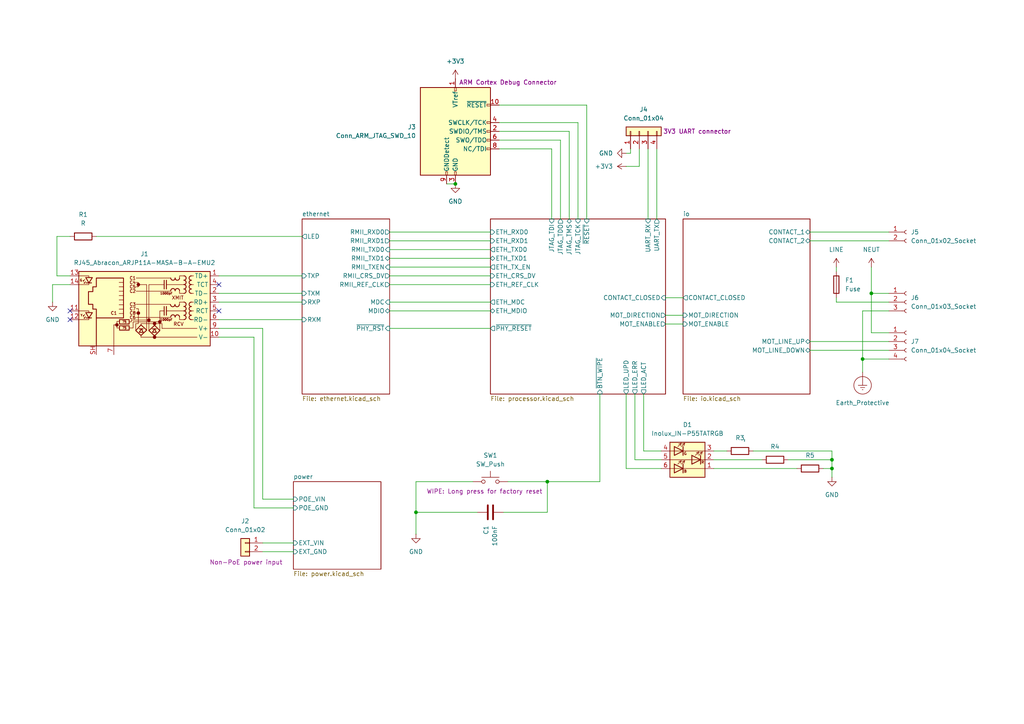
<source format=kicad_sch>
(kicad_sch (version 20250114) (generator "eeschema") (generator_version "9.0")
  (paper "A4")
  (title_block (title "iot-contact"))
  (lib_symbols
    (symbol "Connector:Conn_01x02_Socket" (pin_names (offset 1.016) (hide yes))
      (property "Reference" "J" (at 0 2.54 0))
      (property "Value" "Conn_01x02_Socket" (at 0 -5.08 0))
      (symbol "Conn_01x02_Socket_1_1"
        (polyline (pts (xy -1.27 0) (xy -0.508 0)) (stroke (width 0.1524)))
        (polyline (pts (xy -1.27 -2.54) (xy -0.508 -2.54)) (stroke (width 0.1524)))
        (arc (start 0 -0.508) (mid -0.5058 0) (end 0 0.508) (stroke (width 0.1524)))
        (arc (start 0 -3.048) (mid -0.5058 -2.54) (end 0 -2.032) (stroke (width 0.1524)))
        (pin passive line (at -5.08 0 0) (length 3.81) (name "Pin_1") (number "1"))
        (pin passive line (at -5.08 -2.54 0) (length 3.81) (name "Pin_2") (number "2"))
      )
    )
    (symbol "Connector:Conn_01x03_Socket" (pin_names (offset 1.016) (hide yes))
      (property "Reference" "J" (at 0 5.08 0))
      (property "Value" "Conn_01x03_Socket" (at 0 -5.08 0))
      (symbol "Conn_01x03_Socket_1_1"
        (polyline (pts (xy -1.27 2.54) (xy -0.508 2.54)) (stroke (width 0.1524)))
        (polyline (pts (xy -1.27 0) (xy -0.508 0)) (stroke (width 0.1524)))
        (polyline (pts (xy -1.27 -2.54) (xy -0.508 -2.54)) (stroke (width 0.1524)))
        (arc (start 0 2.032) (mid -0.5058 2.54) (end 0 3.048) (stroke (width 0.1524)))
        (arc (start 0 -0.508) (mid -0.5058 0) (end 0 0.508) (stroke (width 0.1524)))
        (arc (start 0 -3.048) (mid -0.5058 -2.54) (end 0 -2.032) (stroke (width 0.1524)))
        (pin passive line (at -5.08 2.54 0) (length 3.81) (name "Pin_1") (number "1"))
        (pin passive line (at -5.08 0 0) (length 3.81) (name "Pin_2") (number "2"))
        (pin passive line (at -5.08 -2.54 0) (length 3.81) (name "Pin_3") (number "3"))
      )
    )
    (symbol "Connector:Conn_01x04_Socket" (pin_names (offset 1.016) (hide yes))
      (property "Reference" "J" (at 0 5.08 0))
      (property "Value" "Conn_01x04_Socket" (at 0 -7.62 0))
      (symbol "Conn_01x04_Socket_1_1"
        (polyline (pts (xy -1.27 2.54) (xy -0.508 2.54)) (stroke (width 0.1524)))
        (polyline (pts (xy -1.27 0) (xy -0.508 0)) (stroke (width 0.1524)))
        (polyline (pts (xy -1.27 -2.54) (xy -0.508 -2.54)) (stroke (width 0.1524)))
        (polyline (pts (xy -1.27 -5.08) (xy -0.508 -5.08)) (stroke (width 0.1524)))
        (arc (start 0 2.032) (mid -0.5058 2.54) (end 0 3.048) (stroke (width 0.1524)))
        (arc (start 0 -0.508) (mid -0.5058 0) (end 0 0.508) (stroke (width 0.1524)))
        (arc (start 0 -3.048) (mid -0.5058 -2.54) (end 0 -2.032) (stroke (width 0.1524)))
        (arc (start 0 -5.588) (mid -0.5058 -5.08) (end 0 -4.572) (stroke (width 0.1524)))
        (pin passive line (at -5.08 2.54 0) (length 3.81) (name "Pin_1") (number "1"))
        (pin passive line (at -5.08 0 0) (length 3.81) (name "Pin_2") (number "2"))
        (pin passive line (at -5.08 -2.54 0) (length 3.81) (name "Pin_3") (number "3"))
        (pin passive line (at -5.08 -5.08 0) (length 3.81) (name "Pin_4") (number "4"))
      )
    )
    (symbol "Connector:Conn_ARM_JTAG_SWD_10" (pin_names (offset 1.016))
      (property "Reference" "J" (at -2.54 16.51 0))
      (property "Value" "Conn_ARM_JTAG_SWD_10" (at -2.54 13.97 0))
      (symbol "Conn_ARM_JTAG_SWD_10_0_1"
        (rectangle (start -10.16 12.7) (end 10.16 -12.7) (stroke (width 0.254)) (fill (type background)))
        (rectangle (start -2.794 -12.7) (end -2.286 -11.684))
        (rectangle (start -0.254 12.7) (end 0.254 11.684))
        (rectangle (start -0.254 -12.7) (end 0.254 -11.684))
        (rectangle (start 9.144 2.286) (end 10.16 2.794))
        (rectangle (start 10.16 7.874) (end 9.144 7.366))
        (rectangle (start 10.16 -0.254) (end 9.144 0.254))
        (rectangle (start 10.16 -2.794) (end 9.144 -2.286))
      )
      (symbol "Conn_ARM_JTAG_SWD_10_1_1"
        (rectangle (start 9.144 -5.334) (end 10.16 -4.826))
        (pin no_connect line (at -10.16 0 0) (length 2.54) (hide yes) (name "KEY") (number "7"))
        (pin passive line (at -2.54 -15.24 90) (length 2.54) (name "GNDDetect") (number "9"))
        (pin power_in line (at 0 15.24 270) (length 2.54) (name "VTref") (number "1"))
        (pin power_in line (at 0 -15.24 90) (length 2.54) (name "GND") (number "3"))
        (pin passive line (at 0 -15.24 90) (length 2.54) (hide yes) (name "GND") (number "5"))
        (pin open_collector line (at 12.7 7.62 180) (length 2.54) (name "~{RESET}") (number "10"))
        (pin output line (at 12.7 2.54 180) (length 2.54) (name "SWCLK/TCK") (number "4"))
        (pin bidirectional line (at 12.7 0 180) (length 2.54) (name "SWDIO/TMS") (number "2"))
        (pin input line (at 12.7 -2.54 180) (length 2.54) (name "SWO/TDO") (number "6"))
        (pin output line (at 12.7 -5.08 180) (length 2.54) (name "NC/TDI") (number "8"))
      )
    )
    (symbol "Connector:RJ45_Abracon_ARJP11A-MASA-B-A-EMU2"
      (property "Reference" "J" (at 18.415 12.7 0))
      (property "Value" "RJ45_Abracon_ARJP11A-MASA-B-A-EMU2" (at -4.445 12.7 0))
      (symbol "RJ45_Abracon_ARJP11A-MASA-B-A-EMU2_0_0"
        (polyline (pts (xy -5.08 8.89) (xy -5.08 6.35)) (stroke (width 0.254)))
        (polyline (pts (xy -5.08 1.27) (xy -5.08 -1.27)) (stroke (width 0.254)))
        (polyline (pts (xy -4.445 8.89) (xy -4.445 6.35)) (stroke (width 0.254)))
        (polyline (pts (xy -4.445 1.27) (xy -4.445 -1.27)) (stroke (width 0.254)))
        (circle (center -3.175 -3.175) (radius 0.0001) (stroke (width 0.508)))
        (circle (center -1.651 -3.683) (radius 0.0001) (stroke (width 0.508)))
        (circle (center -1.651 -7.62) (radius 0.0001) (stroke (width 0.508)))
        (circle (center 0 -2.667) (radius 0.0001) (stroke (width 0.508)))
        (circle (center 3.048 7.62) (radius 0.0001) (stroke (width 0.508)))
        (circle (center 3.048 -0.635) (radius 0.0001) (stroke (width 0.508)))
        (polyline (pts (xy 3.683 8.255) (xy 3.048 8.255) (xy 3.048 6.985) (xy 3.683 6.985)))
        (polyline (pts (xy 3.683 0.635) (xy 3.048 0.635) (xy 3.048 -0.635) (xy 3.683 -0.635)))
        (polyline (pts (xy 8.636 -4.953) (xy 9.271 -4.953) (xy 9.271 -3.048) (xy 8.636 -3.048)))
        (polyline (pts (xy 9.271 -4.064) (xy 10.16 -4.064)))
        (circle (center 9.271 -4.064) (radius 0.0001) (stroke (width 0.508)))
        (polyline (pts (xy 17.399 9.652) (xy 17.399 10.16) (xy 20.32 10.16)))
        (polyline (pts (xy 17.399 -0.508) (xy 17.399 0) (xy 20.32 0)))
        (polyline (pts (xy 20.32 7.62) (xy 17.399 7.62) (xy 17.399 8.128)))
        (polyline (pts (xy 20.32 -2.54) (xy 17.399 -2.54) (xy 17.399 -2.032)))
        (text "XMIT" (at -10.16 3.81 0) (effects (font (size 1.016 1.016)) (justify left)))
        (text "RCV" (at -10.16 -3.81 0) (effects (font (size 1.016 1.016)) (justify left)))
        (text "C1" (at 4.699 9.525 0) (effects (font (size 0.889 0.889))))
        (text "C4" (at 4.699 8.255 0) (effects (font (size 0.889 0.889))))
        (text "C5" (at 4.699 6.985 0) (effects (font (size 0.889 0.889))))
        (text "C2" (at 4.699 5.715 0) (effects (font (size 0.889 0.889))))
        (text "C3" (at 4.699 1.905 0) (effects (font (size 0.889 0.889))))
        (text "C7" (at 4.699 0.635 0) (effects (font (size 0.889 0.889))))
        (text "C8" (at 4.699 -0.635 0) (effects (font (size 0.889 0.889))))
        (text "C6" (at 4.699 -1.905 0) (effects (font (size 0.889 0.889))))
        (text "C1" (at 10.16 -0.635 0) (effects (font (size 0.889 0.889))))
      )
      (symbol "RJ45_Abracon_ARJP11A-MASA-B-A-EMU2_0_1"
        (rectangle (start -17.78 11.43) (end 20.32 -10.16) (stroke (width 0.254)) (fill (type background)))
        (polyline (pts (xy -12.3163 10.16) (xy -12.9513 10.16)))
        (polyline (pts (xy -12.3163 7.62) (xy -12.9513 7.62)))
        (polyline (pts (xy -12.3163 5.08) (xy -12.9513 5.08)))
        (polyline (pts (xy -12.3163 2.54) (xy -12.9513 2.54)))
        (polyline (pts (xy -12.3163 0) (xy -12.9513 0)))
        (polyline (pts (xy -12.3163 -2.54) (xy -12.9513 -2.54)))
        (polyline (pts (xy -10.16 10.16) (xy -8.89 10.16) (xy -8.89 9.525)))
        (polyline (pts (xy -10.16 2.54) (xy -8.89 2.54) (xy -8.89 1.905)))
        (polyline (pts (xy -8.89 5.715) (xy -8.89 5.08) (xy -10.16 5.08)))
        (polyline (pts (xy -8.89 -1.905) (xy -8.89 -2.54) (xy -10.16 -2.54)))
        (polyline (pts (xy -6.35 9.525) (xy 3.683 9.525)))
        (polyline (pts (xy -6.35 5.715) (xy 3.683 5.715)))
        (polyline (pts (xy -6.35 -1.905) (xy 3.683 -1.905)))
        (polyline (pts (xy -6.223 1.905) (xy 3.683 1.905)))
        (polyline (pts (xy -5.08 7.62) (xy -10.16 7.62)))
        (polyline (pts (xy -5.08 0) (xy -10.16 0)))
        (polyline (pts (xy -4.445 7.62) (xy 0 7.62) (xy 0 -5.715)))
        (polyline (pts (xy -4.445 0) (xy -3.175 0) (xy -3.175 -5.715)))
        (polyline (pts (xy 7.366 5.715) (xy 8.636 5.715)))
        (polyline (pts (xy 7.366 4.445) (xy 8.636 4.445)))
        (polyline (pts (xy 7.366 3.175) (xy 8.636 3.175)))
        (polyline (pts (xy 7.366 1.778) (xy 8.636 1.778)))
        (polyline (pts (xy 7.366 0.508) (xy 8.636 0.508)))
        (polyline (pts (xy 8.636 8.255) (xy 7.366 8.255)))
        (polyline (pts (xy 8.636 6.985) (xy 7.366 6.985)))
        (polyline (pts (xy 8.636 -0.762) (xy 7.366 -0.762)))
      )
      (symbol "RJ45_Abracon_ARJP11A-MASA-B-A-EMU2_1_0"
        (text "1000pF" (at -5.08 5.08 0) (effects (font (size 0.635 0.635))))
        (text "1000pF" (at -5.08 -2.54 0) (effects (font (size 0.635 0.635))))
      )
      (symbol "RJ45_Abracon_ARJP11A-MASA-B-A-EMU2_1_1"
        (polyline (pts (xy -13.97 -5.08) (xy -3.81 -5.08)))
        (polyline (pts (xy -13.97 -7.62) (xy 2.286 -7.62)))
        (arc (start -12.3163 2.54) (mid -11.684 1.905) (end -12.3163 1.27) (stroke (width 0.254)))
        (arc (start -12.3136 10.16) (mid -11.6813 9.525) (end -12.3136 8.89) (stroke (width 0.254)))
        (arc (start -12.3136 1.27) (mid -11.6813 0.635) (end -12.3136 0) (stroke (width 0.254)))
        (arc (start -12.3136 0) (mid -11.6813 -0.635) (end -12.3136 -1.27) (stroke (width 0.254)))
        (arc (start -12.3136 -1.27) (mid -11.6813 -1.905) (end -12.3136 -2.54) (stroke (width 0.254)))
        (arc (start -12.3109 8.89) (mid -11.6786 8.255) (end -12.3109 7.62) (stroke (width 0.254)))
        (arc (start -12.3109 7.62) (mid -11.6786 6.985) (end -12.3109 6.35) (stroke (width 0.254)))
        (arc (start -12.3109 6.35) (mid -11.6786 5.715) (end -12.3109 5.08) (stroke (width 0.254)))
        (arc (start -10.1654 8.89) (mid -10.7977 9.525) (end -10.1654 10.16) (stroke (width 0.254)))
        (arc (start -10.1654 7.62) (mid -10.7977 8.255) (end -10.1654 8.89) (stroke (width 0.254)))
        (arc (start -10.1654 6.35) (mid -10.7977 6.985) (end -10.1654 7.62) (stroke (width 0.254)))
        (arc (start -10.1654 1.27) (mid -10.7977 1.905) (end -10.1654 2.54) (stroke (width 0.254)))
        (arc (start -10.1654 0) (mid -10.7977 0.635) (end -10.1654 1.27) (stroke (width 0.254)))
        (arc (start -10.1654 -1.27) (mid -10.7977 -0.635) (end -10.1654 0) (stroke (width 0.254)))
        (arc (start -10.1627 5.08) (mid -10.795 5.715) (end -10.1627 6.35) (stroke (width 0.254)))
        (arc (start -10.1627 -2.54) (mid -10.795 -1.905) (end -10.1627 -1.27) (stroke (width 0.254)))
        (arc (start -7.62 9.5223) (mid -8.255 8.89) (end -8.89 9.5223) (stroke (width 0.254)))
        (arc (start -8.89 5.8447) (mid -8.255 6.477) (end -7.62 5.8447) (stroke (width 0.254)))
        (arc (start -8.89 -1.7753) (mid -8.255 -1.143) (end -7.62 -1.7753) (stroke (width 0.254)))
        (arc (start -7.5565 1.8388) (mid -8.1915 1.2065) (end -8.8265 1.8388) (stroke (width 0.254)))
        (arc (start -6.35 9.525) (mid -6.985 8.8927) (end -7.62 9.525) (stroke (width 0.254)))
        (arc (start -7.62 5.8474) (mid -6.985 6.4797) (end -6.35 5.8474) (stroke (width 0.254)))
        (arc (start -7.62 -1.7726) (mid -6.985 -1.1403) (end -6.35 -1.7726) (stroke (width 0.254)))
        (arc (start -6.2865 1.8415) (mid -6.9215 1.2092) (end -7.5565 1.8415) (stroke (width 0.254)))
        (polyline (pts (xy -3.81 -5.08) (xy -3.81 -3.683) (xy -1.651 -3.683)))
        (polyline (pts (xy -2.159 -5.207) (xy -1.016 -5.207)) (stroke (width 0.254)))
        (polyline (pts (xy -2.159 -6.223) (xy -1.016 -6.223) (xy -1.651 -5.207) (xy -2.159 -6.223)) (stroke (width 0.254)))
        (polyline (pts (xy -1.905 -3.683) (xy -1.651 -3.683) (xy -1.651 -4.191)))
        (polyline (pts (xy -1.651 -3.683) (xy 2.286 -3.683) (xy 2.286 -4.064)))
        (polyline (pts (xy -1.651 -4.191) (xy -3.175 -5.715) (xy -1.651 -7.239) (xy 0 -5.715) (xy -1.651 -4.191)) (stroke (width 0.254)))
        (polyline (pts (xy -1.651 -7.239) (xy -1.651 -7.493)))
        (polyline (pts (xy 1.651 -5.207) (xy 2.794 -5.207)) (stroke (width 0.254)))
        (polyline (pts (xy 1.651 -6.223) (xy 2.794 -6.223) (xy 2.159 -5.207) (xy 1.651 -6.223)) (stroke (width 0.254)))
        (polyline (pts (xy 2.286 -4.064) (xy 0.635 -5.588) (xy 2.286 -7.112) (xy 3.81 -5.715) (xy 2.286 -4.064)) (stroke (width 0.254)))
        (polyline (pts (xy 2.286 -7.112) (xy 2.286 -7.62)))
        (polyline (pts (xy 3.048 7.62) (xy 0.635 7.62) (xy 0.635 -5.588)))
        (polyline (pts (xy 3.048 -0.508) (xy 3.048 -3.683) (xy 3.81 -3.683) (xy 3.81 -5.715)))
        (polyline (pts (xy 5.715 -3.175) (xy 5.08 -3.175) (xy 5.08 -2.667) (xy 0 -2.667)))
        (polyline (pts (xy 5.715 -4.953) (xy 4.572 -4.953) (xy 4.572 -3.175) (xy -3.175 -3.175)))
        (polyline (pts (xy 7.366 -2.032) (xy 7.366 9.525) (xy 15.24 9.525) (xy 15.24 6.985) (xy 16.256 6.985) (xy 16.256 5.588) (xy 17.526 5.588) (xy 17.526 1.905) (xy 16.256 1.905) (xy 16.256 0.508) (xy 15.24 0.508) (xy 15.24 -2.032) (xy 7.366 -2.032)) (stroke (width 0.254)))
        (rectangle (start 8.509 -3.81) (end 5.715 -2.54) (stroke (width 0.254)))
        (rectangle (start 8.509 -5.588) (end 5.715 -4.318) (stroke (width 0.254)))
        (polyline (pts (xy 10.16 -4.064) (xy 10.16 -10.16)))
        (polyline (pts (xy 15.24 -10.16) (xy 15.24 -2.032)) (stroke (width 0.254)))
        (polyline (pts (xy 18.161 8.128) (xy 16.637 8.128)) (stroke (width 0.254)))
        (polyline (pts (xy 18.161 -2.032) (xy 16.637 -2.032)) (stroke (width 0.254)))
        (polyline (pts (xy 18.288 9.652) (xy 16.383 9.652) (xy 17.399 8.128) (xy 18.288 9.652)) (stroke (width 0.254)))
        (polyline (pts (xy 18.288 8.509) (xy 18.796 8.001) (xy 18.542 8.001)))
        (polyline (pts (xy 18.288 -0.508) (xy 16.383 -0.508) (xy 17.399 -2.032) (xy 18.288 -0.508)) (stroke (width 0.254)))
        (polyline (pts (xy 18.288 -1.651) (xy 18.796 -2.159) (xy 18.542 -2.159)))
        (polyline (pts (xy 18.542 9.144) (xy 19.05 8.636) (xy 18.796 8.636)))
        (polyline (pts (xy 18.542 -1.016) (xy 19.05 -1.524) (xy 18.796 -1.524)))
        (polyline (pts (xy 18.796 8.001) (xy 18.796 8.255)))
        (polyline (pts (xy 18.796 -2.159) (xy 18.796 -1.905)))
        (polyline (pts (xy 19.05 8.636) (xy 19.05 8.89)))
        (polyline (pts (xy 19.05 -1.524) (xy 19.05 -1.27)))
        (text "75" (at 7.112 -3.175 0) (effects (font (size 0.635 0.635))))
        (text "75" (at 7.112 -4.953 0) (effects (font (size 0.635 0.635))))
        (text "Y" (at 19.558 -1.27 0) (effects (font (size 0.635 0.635))))
        (text "G" (at 19.685 8.89 0) (effects (font (size 0.635 0.635))))
        (pin passive line (at -20.32 10.16 0) (length 2.54) (name "TD+") (number "1"))
        (pin passive line (at -20.32 7.62 0) (length 2.54) (name "TCT") (number "4"))
        (pin passive line (at -20.32 5.08 0) (length 2.54) (name "TD-") (number "2"))
        (pin passive line (at -20.32 2.54 0) (length 2.54) (name "RD+") (number "3"))
        (pin passive line (at -20.32 0 0) (length 2.54) (name "RCT") (number "5"))
        (pin passive line (at -20.32 -2.54 0) (length 2.54) (name "RD-") (number "6"))
        (pin power_out line (at -20.32 -5.08 0) (length 2.54) (name "V+") (number "9"))
        (pin power_out line (at -20.32 -7.62 0) (length 2.54) (name "V-") (number "10"))
        (pin power_in line (at 10.16 -12.7 90) (length 2.54) (name "") (number "7"))
        (pin passive line (at 15.24 -12.7 90) (length 2.54) (name "") (number "SH"))
        (pin no_connect line (at 20.32 5.08 0) (length 0) (hide yes) (name "NC") (number "8"))
        (pin passive line (at 22.86 10.16 180) (length 2.54) (name "") (number "13"))
        (pin passive line (at 22.86 7.62 180) (length 2.54) (name "") (number "14"))
        (pin passive line (at 22.86 0 180) (length 2.54) (name "") (number "11"))
        (pin passive line (at 22.86 -2.54 180) (length 2.54) (name "") (number "12"))
      )
    )
    (symbol "Connector_Generic:Conn_01x02" (pin_names (offset 1.016) (hide yes))
      (property "Reference" "J" (at 0 2.54 0))
      (property "Value" "Conn_01x02" (at 0 -5.08 0))
      (symbol "Conn_01x02_1_1"
        (rectangle (start -1.27 1.27) (end 1.27 -3.81) (stroke (width 0.254)) (fill (type background)))
        (rectangle (start -1.27 0.127) (end 0 -0.127) (stroke (width 0.1524)))
        (rectangle (start -1.27 -2.413) (end 0 -2.667) (stroke (width 0.1524)))
        (pin passive line (at -5.08 0 0) (length 3.81) (name "Pin_1") (number "1"))
        (pin passive line (at -5.08 -2.54 0) (length 3.81) (name "Pin_2") (number "2"))
      )
    )
    (symbol "Connector_Generic:Conn_01x04" (pin_names (offset 1.016) (hide yes))
      (property "Reference" "J" (at 0 5.08 0))
      (property "Value" "Conn_01x04" (at 0 -7.62 0))
      (symbol "Conn_01x04_1_1"
        (rectangle (start -1.27 3.81) (end 1.27 -6.35) (stroke (width 0.254)) (fill (type background)))
        (rectangle (start -1.27 2.667) (end 0 2.413) (stroke (width 0.1524)))
        (rectangle (start -1.27 0.127) (end 0 -0.127) (stroke (width 0.1524)))
        (rectangle (start -1.27 -2.413) (end 0 -2.667) (stroke (width 0.1524)))
        (rectangle (start -1.27 -4.953) (end 0 -5.207) (stroke (width 0.1524)))
        (pin passive line (at -5.08 2.54 0) (length 3.81) (name "Pin_1") (number "1"))
        (pin passive line (at -5.08 0 0) (length 3.81) (name "Pin_2") (number "2"))
        (pin passive line (at -5.08 -2.54 0) (length 3.81) (name "Pin_3") (number "3"))
        (pin passive line (at -5.08 -5.08 0) (length 3.81) (name "Pin_4") (number "4"))
      )
    )
    (symbol "Device:C" (pin_numbers (hide yes)) (pin_names (offset 0.254))
      (property "Reference" "C" (at 0.635 2.54 0))
      (property "Value" "C" (at 0.635 -2.54 0))
      (symbol "C_0_1"
        (polyline (pts (xy -2.032 0.762) (xy 2.032 0.762)) (stroke (width 0.508)))
        (polyline (pts (xy -2.032 -0.762) (xy 2.032 -0.762)) (stroke (width 0.508)))
      )
      (symbol "C_1_1"
        (pin passive line (at 0 3.81 270) (length 2.794) (name "~") (number "1"))
        (pin passive line (at 0 -3.81 90) (length 2.794) (name "~") (number "2"))
      )
    )
    (symbol "Device:Fuse" (pin_numbers (hide yes)) (pin_names (offset 0))
      (property "Reference" "F" (at 2.032 0 90))
      (property "Value" "Fuse" (at -1.905 0 90))
      (symbol "Fuse_0_1"
        (rectangle (start -0.762 -2.54) (end 0.762 2.54) (stroke (width 0.254)))
        (polyline (pts (xy 0 2.54) (xy 0 -2.54)))
      )
      (symbol "Fuse_1_1"
        (pin passive line (at 0 3.81 270) (length 1.27) (name "~") (number "1"))
        (pin passive line (at 0 -3.81 90) (length 1.27) (name "~") (number "2"))
      )
    )
    (symbol "Device:R" (pin_numbers (hide yes)) (pin_names (offset 0))
      (property "Reference" "R" (at 2.032 0 90))
      (property "Value" "R" (at 0 0 90))
      (symbol "R_0_1"
        (rectangle (start -1.016 -2.54) (end 1.016 2.54) (stroke (width 0.254)))
      )
      (symbol "R_1_1"
        (pin passive line (at 0 3.81 270) (length 1.27) (name "~") (number "1"))
        (pin passive line (at 0 -3.81 90) (length 1.27) (name "~") (number "2"))
      )
    )
    (symbol "LED:Inolux_IN-P55TATRGB" (pin_names (hide yes))
      (property "Reference" "D" (at -5.08 6.35 0))
      (property "Value" "Inolux_IN-P55TATRGB" (at -5.08 -6.35 0))
      (symbol "Inolux_IN-P55TATRGB_0_0"
        (text "B" (at -0.635 -3.3274 0) (effects (font (size 0.762 0.762))))
      )
      (symbol "Inolux_IN-P55TATRGB_0_1"
        (rectangle (start -5.08 5.08) (end 5.08 -5.08) (stroke (width 0.254)) (fill (type background)))
        (polyline (pts (xy -5.08 2.54) (xy 5.08 2.54)))
        (polyline (pts (xy -5.08 0) (xy 5.08 0)))
        (polyline (pts (xy -5.08 -2.54) (xy 5.08 -2.54)))
        (polyline (pts (xy -3.81 3.81) (xy -3.81 1.27) (xy -1.27 2.54) (xy -3.81 3.81)) (stroke (width 0.254)))
        (polyline (pts (xy -3.81 -1.27) (xy -3.81 -3.81) (xy -1.27 -2.54) (xy -3.81 -1.27)) (stroke (width 0.254)))
        (polyline (pts (xy -2.794 3.81) (xy -1.778 4.826)))
        (polyline (pts (xy -2.794 -1.27) (xy -1.778 -0.254)))
        (polyline (pts (xy -2.54 4.572) (xy -1.778 4.826) (xy -2.032 4.064)))
        (polyline (pts (xy -2.032 -1.016) (xy -1.778 -0.254) (xy -2.54 -0.508)))
        (polyline (pts (xy -1.778 3.81) (xy -0.762 4.826)))
        (polyline (pts (xy -1.778 -1.27) (xy -0.762 -0.254)))
        (polyline (pts (xy -1.524 4.572) (xy -0.762 4.826) (xy -1.016 4.064)))
        (polyline (pts (xy -1.524 -0.508) (xy -0.762 -0.254) (xy -1.016 -1.016)))
        (polyline (pts (xy -1.27 3.81) (xy -1.27 1.27)) (stroke (width 0.254)))
        (polyline (pts (xy -1.27 -1.27) (xy -1.27 -3.81)) (stroke (width 0.254)))
        (polyline (pts (xy 1.27 1.27) (xy 1.27 -1.27) (xy 3.81 0) (xy 1.27 1.27)) (stroke (width 0.254)))
        (polyline (pts (xy 2.286 1.27) (xy 3.302 2.286)))
        (polyline (pts (xy 3.048 1.524) (xy 3.302 2.286) (xy 2.54 2.032)))
        (polyline (pts (xy 3.302 1.27) (xy 4.318 2.286)))
        (polyline (pts (xy 3.556 2.032) (xy 4.318 2.286) (xy 4.064 1.524)))
        (polyline (pts (xy 3.81 1.27) (xy 3.81 -1.27)) (stroke (width 0.254)))
      )
      (symbol "Inolux_IN-P55TATRGB_1_0"
        (text "G" (at -0.635 1.8034 0) (effects (font (size 0.762 0.762))))
        (text "R" (at 4.4196 -0.7112 0) (effects (font (size 0.762 0.762))))
      )
      (symbol "Inolux_IN-P55TATRGB_1_1"
        (pin passive line (at -7.62 2.54 0) (length 2.54) (name "AG") (number "4"))
        (pin passive line (at -7.62 0 0) (length 2.54) (name "AR") (number "5"))
        (pin passive line (at -7.62 -2.54 0) (length 2.54) (name "AB") (number "6"))
        (pin passive line (at 7.62 2.54 180) (length 2.54) (name "KG") (number "3"))
        (pin passive line (at 7.62 0 180) (length 2.54) (name "KR") (number "2"))
        (pin passive line (at 7.62 -2.54 180) (length 2.54) (name "KB") (number "1"))
      )
    )
    (symbol "Switch:SW_Push" (pin_numbers (hide yes)) (pin_names (offset 1.016) (hide yes))
      (property "Reference" "SW" (at 1.27 2.54 0))
      (property "Value" "SW_Push" (at 0 -1.524 0))
      (symbol "SW_Push_0_1"
        (circle (center -2.032 0) (radius 0.508))
        (polyline (pts (xy 0 1.27) (xy 0 3.048)))
        (circle (center 2.032 0) (radius 0.508))
        (polyline (pts (xy 2.54 1.27) (xy -2.54 1.27)))
        (pin passive line (at -5.08 0 0) (length 2.54) (name "1") (number "1"))
        (pin passive line (at 5.08 0 180) (length 2.54) (name "2") (number "2"))
      )
    )
    (symbol "power:+3V3" (power) (pin_numbers (hide yes)) (pin_names (offset 0) (hide yes))
      (property "Value" "+3V3" (at 0 3.556 0))
      (symbol "+3V3_0_1"
        (polyline (pts (xy -0.762 1.27) (xy 0 2.54)))
        (polyline (pts (xy 0 2.54) (xy 0.762 1.27)))
        (polyline (pts (xy 0 0) (xy 0 2.54)))
      )
      (symbol "+3V3_1_1"
        (pin power_in line (at 0 0 90) (length 0) (name "~") (number "1"))
      )
    )
    (symbol "power:Earth_Protective" (power) (pin_numbers (hide yes)) (pin_names (offset 0) (hide yes))
      (property "Value" "Earth_Protective" (at 0 -7.62 0))
      (symbol "Earth_Protective_0_1"
        (polyline (pts (xy -0.635 -4.445) (xy 0.635 -4.445)))
        (polyline (pts (xy -0.127 -5.08) (xy 0.127 -5.08)))
        (polyline (pts (xy 0 -3.81) (xy 0 0)))
        (circle (center 0 -3.81) (radius 2.54))
        (polyline (pts (xy 1.27 -3.81) (xy -1.27 -3.81)))
      )
      (symbol "Earth_Protective_1_1"
        (pin power_in line (at 0 0 270) (length 0) (name "~") (number "1"))
      )
    )
    (symbol "power:GND" (power) (pin_numbers (hide yes)) (pin_names (offset 0) (hide yes))
      (property "Value" "GND" (at 0 -3.81 0))
      (symbol "GND_0_1"
        (polyline (pts (xy 0 0) (xy 0 -1.27) (xy 1.27 -1.27) (xy 0 -2.54) (xy -1.27 -1.27) (xy 0 -1.27)))
      )
      (symbol "GND_1_1"
        (pin power_in line (at 0 0 270) (length 0) (name "~") (number "1"))
      )
    )
    (symbol "power:LINE" (power) (pin_numbers (hide yes)) (pin_names (offset 0) (hide yes))
      (property "Value" "LINE" (at 0 3.556 0))
      (symbol "LINE_0_1"
        (polyline (pts (xy -0.762 1.27) (xy 0 2.54)))
        (polyline (pts (xy 0 2.54) (xy 0.762 1.27)))
        (polyline (pts (xy 0 0) (xy 0 2.54)))
      )
      (symbol "LINE_1_1"
        (pin power_in line (at 0 0 90) (length 0) (name "~") (number "1"))
      )
    )
    (symbol "power:NEUT" (power) (pin_numbers (hide yes)) (pin_names (offset 0) (hide yes))
      (property "Value" "NEUT" (at 0 3.556 0))
      (symbol "NEUT_0_1"
        (polyline (pts (xy -0.762 1.27) (xy 0 2.54)))
        (polyline (pts (xy 0 2.54) (xy 0.762 1.27)))
        (polyline (pts (xy 0 0) (xy 0 2.54)))
      )
      (symbol "NEUT_1_1"
        (pin power_in line (at 0 0 90) (length 0) (name "~") (number "1"))
      )
    )
  )
  (junction (at 120.65 148.59))
  (junction (at 250.19 104.14))
  (junction (at 241.3 133.35))
  (junction (at 158.75 139.7))
  (junction (at 241.3 135.89))
  (junction (at 252.73 85.09))
  (junction (at 132.08 53.34))
  (no_connect (at 63.5 90.17))
  (no_connect (at 63.5 82.55))
  (no_connect (at 20.32 90.17))
  (no_connect (at 20.32 92.71))
  (wire (pts (xy 162.56 40.64) (xy 162.56 63.5)))
  (wire (pts (xy 190.5 43.18) (xy 190.5 63.5)))
  (wire (pts (xy 120.65 139.7) (xy 137.16 139.7)))
  (wire (pts (xy 120.65 139.7) (xy 120.65 148.59)))
  (wire (pts (xy 234.95 99.06) (xy 257.81 99.06)))
  (wire (pts (xy 257.81 96.52) (xy 252.73 96.52)))
  (wire (pts (xy 113.03 69.85) (xy 142.24 69.85)))
  (wire (pts (xy 234.95 67.31) (xy 257.81 67.31)))
  (wire (pts (xy 113.03 74.93) (xy 142.24 74.93)))
  (wire (pts (xy 228.6 133.35) (xy 241.3 133.35)))
  (wire (pts (xy 181.61 114.3) (xy 181.61 135.89)))
  (wire (pts (xy 185.42 48.26) (xy 181.61 48.26)))
  (wire (pts (xy 158.75 148.59) (xy 158.75 139.7)))
  (wire (pts (xy 207.01 130.81) (xy 210.82 130.81)))
  (wire (pts (xy 147.32 139.7) (xy 158.75 139.7)))
  (wire (pts (xy 113.03 95.25) (xy 142.24 95.25)))
  (wire (pts (xy 241.3 135.89) (xy 241.3 138.43)))
  (wire (pts (xy 20.32 82.55) (xy 15.24 82.55)))
  (wire (pts (xy 181.61 135.89) (xy 191.77 135.89)))
  (wire (pts (xy 144.78 35.56) (xy 167.64 35.56)))
  (wire (pts (xy 158.75 139.7) (xy 173.99 139.7)))
  (wire (pts (xy 193.04 86.36) (xy 198.12 86.36)))
  (wire (pts (xy 144.78 30.48) (xy 170.18 30.48)))
  (wire (pts (xy 170.18 30.48) (xy 170.18 63.5)))
  (wire (pts (xy 16.51 68.58) (xy 16.51 80.01)))
  (wire (pts (xy 173.99 114.3) (xy 173.99 139.7)))
  (wire (pts (xy 27.94 68.58) (xy 87.63 68.58)))
  (wire (pts (xy 186.69 130.81) (xy 191.77 130.81)))
  (wire (pts (xy 113.03 77.47) (xy 142.24 77.47)))
  (wire (pts (xy 234.95 69.85) (xy 257.81 69.85)))
  (wire (pts (xy 186.69 114.3) (xy 186.69 130.81)))
  (wire (pts (xy 129.54 53.34) (xy 132.08 53.34)))
  (wire (pts (xy 16.51 80.01) (xy 20.32 80.01)))
  (wire (pts (xy 144.78 40.64) (xy 162.56 40.64)))
  (wire (pts (xy 241.3 133.35) (xy 241.3 135.89)))
  (wire (pts (xy 73.66 97.79) (xy 73.66 147.32)))
  (wire (pts (xy 238.76 135.89) (xy 241.3 135.89)))
  (wire (pts (xy 181.61 44.45) (xy 182.88 44.45)))
  (wire (pts (xy 252.73 85.09) (xy 257.81 85.09)))
  (wire (pts (xy 187.96 43.18) (xy 187.96 63.5)))
  (wire (pts (xy 63.5 95.25) (xy 76.2 95.25)))
  (wire (pts (xy 63.5 92.71) (xy 87.63 92.71)))
  (wire (pts (xy 242.57 77.47) (xy 242.57 78.74)))
  (wire (pts (xy 250.19 104.14) (xy 250.19 90.17)))
  (wire (pts (xy 185.42 43.18) (xy 185.42 48.26)))
  (wire (pts (xy 252.73 85.09) (xy 252.73 96.52)))
  (wire (pts (xy 144.78 43.18) (xy 160.02 43.18)))
  (wire (pts (xy 182.88 44.45) (xy 182.88 43.18)))
  (wire (pts (xy 120.65 148.59) (xy 120.65 154.94)))
  (wire (pts (xy 76.2 160.02) (xy 85.09 160.02)))
  (wire (pts (xy 165.1 38.1) (xy 165.1 63.5)))
  (wire (pts (xy 113.03 67.31) (xy 142.24 67.31)))
  (wire (pts (xy 218.44 130.81) (xy 241.3 130.81)))
  (wire (pts (xy 63.5 97.79) (xy 73.66 97.79)))
  (wire (pts (xy 193.04 91.44) (xy 198.12 91.44)))
  (wire (pts (xy 76.2 144.78) (xy 85.09 144.78)))
  (wire (pts (xy 184.15 133.35) (xy 191.77 133.35)))
  (wire (pts (xy 113.03 80.01) (xy 142.24 80.01)))
  (wire (pts (xy 167.64 35.56) (xy 167.64 63.5)))
  (wire (pts (xy 63.5 80.01) (xy 87.63 80.01)))
  (wire (pts (xy 250.19 104.14) (xy 257.81 104.14)))
  (wire (pts (xy 250.19 107.95) (xy 250.19 104.14)))
  (wire (pts (xy 113.03 87.63) (xy 142.24 87.63)))
  (wire (pts (xy 113.03 90.17) (xy 142.24 90.17)))
  (wire (pts (xy 144.78 38.1) (xy 165.1 38.1)))
  (wire (pts (xy 250.19 90.17) (xy 257.81 90.17)))
  (wire (pts (xy 252.73 77.47) (xy 252.73 85.09)))
  (wire (pts (xy 160.02 43.18) (xy 160.02 63.5)))
  (wire (pts (xy 242.57 86.36) (xy 242.57 87.63)))
  (wire (pts (xy 76.2 157.48) (xy 85.09 157.48)))
  (wire (pts (xy 113.03 82.55) (xy 142.24 82.55)))
  (wire (pts (xy 184.15 114.3) (xy 184.15 133.35)))
  (wire (pts (xy 207.01 133.35) (xy 220.98 133.35)))
  (wire (pts (xy 193.04 93.98) (xy 198.12 93.98)))
  (wire (pts (xy 73.66 147.32) (xy 85.09 147.32)))
  (wire (pts (xy 234.95 101.6) (xy 257.81 101.6)))
  (wire (pts (xy 241.3 130.81) (xy 241.3 133.35)))
  (wire (pts (xy 20.32 68.58) (xy 16.51 68.58)))
  (wire (pts (xy 146.05 148.59) (xy 158.75 148.59)))
  (wire (pts (xy 113.03 72.39) (xy 142.24 72.39)))
  (wire (pts (xy 242.57 87.63) (xy 257.81 87.63)))
  (wire (pts (xy 15.24 82.55) (xy 15.24 87.63)))
  (wire (pts (xy 76.2 95.25) (xy 76.2 144.78)))
  (wire (pts (xy 138.43 148.59) (xy 120.65 148.59)))
  (wire (pts (xy 63.5 85.09) (xy 87.63 85.09)))
  (wire (pts (xy 207.01 135.89) (xy 231.14 135.89)))
  (wire (pts (xy 63.5 87.63) (xy 87.63 87.63)))
  (symbol (lib_id "Device:R") (at 234.95 135.89 270) (unit 1)
    (property "Reference" "R5" (at 234.95 132.08 90))
    (property "Description" "Resistor" (effects (hide yes)))
  )
  (symbol (lib_id "Connector:RJ45_Abracon_ARJP11A-MASA-B-A-EMU2") (at 43.18 90.17 0) (mirror y) (unit 1)
    (property "Reference" "J1" (at 41.91 73.66 0))
    (property "Value" "RJ45_Abracon_ARJP11A-MASA-B-A-EMU2" (at 41.91 76.2 0))
    (property "Footprint" "Connector_RJ:RJ45_Abracon_ARJP11A-MA_Horizontal" (effects (hide yes)))
    (property "Datasheet" "https://abracon.com/Magnetics/lan/ARJP11A.PDF" (effects (hide yes)))
    (property "Description" "RJ45 PoE 10/100 Base-TX Jack with Magnetic Module" (effects (hide yes)))
  )
  (symbol (lib_id "Connector:Conn_01x04_Socket") (at 262.89 99.06 0) (unit 1)
    (property "Reference" "J7" (at 264.16 99.0599 0) (effects (justify left)))
    (property "Value" "Conn_01x04_Socket" (at 264.16 101.5999 0) (effects (justify left)))
    (property "Footprint" "TerminalBlock_WAGO:TerminalBlock_WAGO_236-404_1x04_P5.00mm_45Degree" (effects (hide yes)))
    (property "Description" "Generic connector, single row, 01x04, script generated" (effects (hide yes)))
  )
  (symbol (lib_id "Switch:SW_Push") (at 142.24 139.7 0) (mirror y) (unit 1)
    (property "Reference" "SW1" (at 142.24 132.08 0))
    (property "Value" "SW_Push" (at 142.24 134.62 0))
    (property "Footprint" "Button_Switch_SMD:SW_SPST_TL3305B" (effects (hide yes)))
    (property "Datasheet" "https://www.e-switch.com/wp-content/uploads/2024/08/TL3305.pdf" (effects (hide yes)))
    (property "Description" "WIPE: Long press for factory reset" (at 123.698 142.494 0) (effects (justify right)))
    (property "MPN" "TL3305BF260QG" (effects (hide yes)))
    (property "Manufacturer" "E-Switch" (effects (hide yes)))
  )
  (symbol (lib_id "Connector_Generic:Conn_01x04") (at 185.42 38.1 90) (unit 1)
    (property "Reference" "J4" (at 186.69 31.75 90))
    (property "Value" "Conn_01x04" (at 186.69 34.29 90))
    (property "Footprint" "Connector_PinHeader_2.54mm:PinHeader_1x04_P2.54mm_Vertical" (effects (hide yes)))
    (property "Description" "3V3 UART connector" (at 202.184 38.1 90))
  )
  (symbol (lib_id "LED:Inolux_IN-P55TATRGB") (at 199.39 133.35 0) (unit 1)
    (property "Reference" "D1" (at 199.39 123.19 0))
    (property "Value" "Inolux_IN-P55TATRGB" (at 199.39 125.73 0))
    (property "Footprint" "LED_SMD:LED_Inolux_IN-P55TATRGB_PLCC6_5.0x5.5mm_P1.8mm" (effects (hide yes)))
    (property "Datasheet" "https://www.inolux-corp.com/datasheet/SMDLED/RGB%20Top%20View/IN-P55TATRGB.pdf" (effects (hide yes)))
    (property "Description" "Inolux RGB LED, PLCC-6" (effects (hide yes)))
  )
  (symbol (lib_id "Connector:Conn_01x03_Socket") (at 262.89 87.63 0) (unit 1)
    (property "Reference" "J6" (at 264.16 86.3599 0) (effects (justify left)))
    (property "Value" "Conn_01x03_Socket" (at 264.16 88.8999 0) (effects (justify left)))
    (property "Footprint" "TerminalBlock_WAGO:TerminalBlock_WAGO_236-403_1x03_P5.00mm_45Degree" (effects (hide yes)))
    (property "Description" "Generic connector, single row, 01x03, script generated" (effects (hide yes)))
  )
  (symbol (lib_id "power:NEUT") (at 252.73 77.47 0) (unit 1)
    (property "Reference" "#PWR011" (effects (hide yes)))
    (property "Value" "NEUT" (at 252.73 72.39 0))
    (property "Description" "Power symbol creates a global label with name \"NEUT\"" (effects (hide yes)))
  )
  (symbol (lib_id "Connector:Conn_ARM_JTAG_SWD_10") (at 132.08 38.1 0) (unit 1)
    (property "Reference" "J3" (at 120.65 36.8299 0) (effects (justify right)))
    (property "Value" "Conn_ARM_JTAG_SWD_10" (at 120.65 39.3699 0) (effects (justify right)))
    (property "Datasheet" "https://mm.digikey.com/Volume0/opasdata/d220001/medias/docus/6209/ftsh-1xx-xx-xxx-dv-xxx-xxx-x-xx-mkt.pdf" (effects (hide yes)))
    (property "Description" "ARM Cortex Debug Connector" (at 147.32 23.876 0))
    (property "MPN" "FTSH-105-01-L-DV-007-K-TR" (effects (hide yes)))
    (property "Manufacturer" "samtec" (effects (hide yes)))
  )
  (symbol (lib_id "Device:Fuse") (at 242.57 82.55 0) (unit 1)
    (property "Reference" "F1" (at 245.11 81.2799 0) (effects (justify left)))
    (property "Value" "Fuse" (at 245.11 83.8199 0) (effects (justify left)))
    (property "Footprint" "Fuse:Fuseholder_Cylinder-5x20mm_Schurter_OGN-SMD_Horizontal_Open" (effects (hide yes)))
    (property "Description" "Fuse" (effects (hide yes)))
  )
  (symbol (lib_id "Connector_Generic:Conn_01x02") (at 71.12 157.48 0) (mirror y) (unit 1)
    (property "Reference" "J2" (at 71.12 151.13 0))
    (property "Value" "Conn_01x02" (at 71.12 153.67 0))
    (property "Footprint" "Connector_PinHeader_2.54mm:PinHeader_1x02_P2.54mm_Vertical" (effects (hide yes)))
    (property "Description" "Non-PoE power input" (at 71.374 163.068 0))
  )
  (symbol (lib_id "power:GND") (at 120.65 154.94 0) (unit 1)
    (property "Reference" "#PWR02" (effects (hide yes)))
    (property "Value" "GND" (at 120.65 160.02 0))
    (property "Description" "Power symbol creates a global label with name \"GND\" , ground" (effects (hide yes)))
  )
  (symbol (lib_id "power:+3V3") (at 181.61 48.26 90) (unit 1)
    (property "Reference" "#PWR07" (effects (hide yes)))
    (property "Value" "+3V3" (at 177.8 48.2599 90) (effects (justify left)))
    (property "Description" "Power symbol creates a global label with name \"+3V3\"" (effects (hide yes)))
  )
  (symbol (lib_id "Device:R") (at 214.63 130.81 90) (unit 1)
    (property "Reference" "R3" (at 214.63 127 90))
    (property "Value" "~" (at 215.8999 128.27 0) (effects (justify left)))
    (property "Description" "Resistor" (effects (hide yes)))
  )
  (symbol (lib_id "power:GND") (at 132.08 53.34 0) (unit 1)
    (property "Reference" "#PWR04" (effects (hide yes)))
    (property "Value" "GND" (at 132.08 58.42 0))
    (property "Description" "Power symbol creates a global label with name \"GND\" , ground" (effects (hide yes)))
  )
  (symbol (lib_id "power:GND") (at 241.3 138.43 0) (unit 1)
    (property "Reference" "#PWR08" (effects (hide yes)))
    (property "Value" "GND" (at 241.3 143.51 0))
    (property "Description" "Power symbol creates a global label with name \"GND\" , ground" (effects (hide yes)))
  )
  (symbol (lib_id "power:Earth_Protective") (at 250.19 107.95 0) (unit 1)
    (property "Reference" "#PWR010" (effects (hide yes)))
    (property "Value" "Earth_Protective" (at 250.19 116.84 0))
    (property "Description" "Power symbol creates a global label with name \"Earth_Protective\"" (effects (hide yes)))
  )
  (symbol (lib_id "Connector:Conn_01x02_Socket") (at 262.89 67.31 0) (unit 1)
    (property "Reference" "J5" (at 264.16 67.3099 0) (effects (justify left)))
    (property "Value" "Conn_01x02_Socket" (at 264.16 69.8499 0) (effects (justify left)))
    (property "Footprint" "TerminalBlock_WAGO:TerminalBlock_WAGO_236-402_1x02_P5.00mm_45Degree" (effects (hide yes)))
    (property "Description" "Generic connector, single row, 01x02, script generated" (effects (hide yes)))
  )
  (symbol (lib_id "power:GND") (at 181.61 44.45 270) (unit 1)
    (property "Reference" "#PWR06" (effects (hide yes)))
    (property "Value" "GND" (at 177.8 44.4499 90) (effects (justify right)))
    (property "Description" "Power symbol creates a global label with name \"GND\" , ground" (effects (hide yes)))
  )
  (symbol (lib_id "Device:C") (at 142.24 148.59 90) (mirror x) (unit 1)
    (property "Reference" "C1" (at 140.9699 152.4 0) (effects (justify left)))
    (property "Value" "100nF" (at 143.5099 152.4 0) (effects (justify left)))
    (property "Description" "Unpolarized capacitor" (effects (hide yes)))
  )
  (symbol (lib_id "power:GND") (at 15.24 87.63 0) (unit 1)
    (property "Reference" "#PWR01" (effects (hide yes)))
    (property "Value" "GND" (at 15.24 92.71 0))
    (property "Description" "Power symbol creates a global label with name \"GND\" , ground" (effects (hide yes)))
  )
  (symbol (lib_id "power:LINE") (at 242.57 77.47 0) (unit 1)
    (property "Reference" "#PWR09" (effects (hide yes)))
    (property "Value" "LINE" (at 242.57 72.39 0))
    (property "Description" "Power symbol creates a global label with name \"LINE\"" (effects (hide yes)))
  )
  (symbol (lib_id "Device:R") (at 24.13 68.58 90) (unit 1)
    (property "Reference" "R1" (at 24.13 62.23 90))
    (property "Value" "R" (at 24.13 64.77 90))
    (property "Description" "Resistor" (effects (hide yes)))
  )
  (symbol (lib_id "Device:R") (at 224.79 133.35 90) (unit 1)
    (property "Reference" "R4" (at 224.79 129.54 90))
    (property "Description" "Resistor" (effects (hide yes)))
  )
  (symbol (lib_id "power:+3V3") (at 132.08 22.86 0) (unit 1)
    (property "Reference" "#PWR03" (effects (hide yes)))
    (property "Value" "+3V3" (at 132.08 17.78 0))
    (property "Description" "Power symbol creates a global label with name \"+3V3\"" (effects (hide yes)))
  )
  (sheet (at 87.63 63.5) (size 25.4 50.8) (stroke (width 0.1524))
    (property "Sheetname" "ethernet" (at 87.63 62.7884 0) (effects (justify left bottom)))
    (property "Sheetfile" "ethernet.kicad_sch" (at 87.63 114.8846 0) (effects (justify left top)))
    (pin "RMII_RXD0" output (at 113.03 67.31 0))
    (pin "RMII_RXD1" output (at 113.03 69.85 0))
    (pin "RMII_TXD0" input (at 113.03 72.39 0))
    (pin "RMII_TXD1" bidirectional (at 113.03 74.93 0))
    (pin "RMII_TXEN" input (at 113.03 77.47 0))
    (pin "~{PHY_RST}" input (at 113.03 95.25 0))
    (pin "RMII_CRS_DV" output (at 113.03 80.01 0))
    (pin "RMII_REF_CLK" output (at 113.03 82.55 0))
    (pin "MDC" input (at 113.03 87.63 0))
    (pin "MDIO" bidirectional (at 113.03 90.17 0))
    (pin "LED" output (at 87.63 68.58 180))
    (pin "RXM" input (at 87.63 92.71 180))
    (pin "RXP" input (at 87.63 87.63 180))
    (pin "TXM" input (at 87.63 85.09 180))
    (pin "TXP" input (at 87.63 80.01 180))
  )
  (sheet (at 198.12 63.5) (size 36.83 50.8) (stroke (width 0.1524))
    (property "Sheetname" "io" (at 198.12 62.7884 0) (effects (justify left bottom)))
    (property "Sheetfile" "io.kicad_sch" (at 198.12 114.8846 0) (effects (justify left top)))
    (pin "CONTACT_1" bidirectional (at 234.95 67.31 0))
    (pin "CONTACT_2" bidirectional (at 234.95 69.85 0))
    (pin "MOT_DIRECTION" input (at 198.12 91.44 180))
    (pin "MOT_ENABLE" input (at 198.12 93.98 180))
    (pin "CONTACT_CLOSED" output (at 198.12 86.36 180))
    (pin "MOT_LINE_DOWN" bidirectional (at 234.95 101.6 0))
    (pin "MOT_LINE_UP" bidirectional (at 234.95 99.06 0))
  )
  (sheet (at 142.24 63.5) (size 50.8 50.8) (stroke (width 0.1524))
    (property "Sheetname" "processor" (effects (hide yes)))
    (property "Sheetfile" "processor.kicad_sch" (at 142.24 114.8846 0) (effects (justify left top)))
    (pin "JTAG_TDI" input (at 160.02 63.5 90))
    (pin "JTAG_TDO" output (at 162.56 63.5 90))
    (pin "JTAG_TMS" bidirectional (at 165.1 63.5 90))
    (pin "JTAG_TCK" input (at 167.64 63.5 90))
    (pin "UART_RX" input (at 187.96 63.5 90))
    (pin "UART_TX" output (at 190.5 63.5 90))
    (pin "LED_UPD" output (at 181.61 114.3 270))
    (pin "LED_ACT" output (at 186.69 114.3 270))
    (pin "MOT_DIRECTION" output (at 193.04 91.44 0))
    (pin "MOT_ENABLE" output (at 193.04 93.98 0))
    (pin "CONTACT_CLOSED" input (at 193.04 86.36 0))
    (pin "~{BTN_WIPE}" input (at 173.99 114.3 270))
    (pin "~{RESET}" input (at 170.18 63.5 90))
    (pin "ETH_RXD0" input (at 142.24 67.31 180))
    (pin "ETH_CRS_DV" input (at 142.24 80.01 180))
    (pin "ETH_RXD1" input (at 142.24 69.85 180))
    (pin "ETH_TX_EN" output (at 142.24 77.47 180))
    (pin "ETH_TXD0" output (at 142.24 72.39 180))
    (pin "ETH_TXD1" bidirectional (at 142.24 74.93 180))
    (pin "ETH_REF_CLK" input (at 142.24 82.55 180))
    (pin "ETH_MDC" output (at 142.24 87.63 180))
    (pin "ETH_MDIO" bidirectional (at 142.24 90.17 180))
    (pin "~{PHY_RESET}" output (at 142.24 95.25 180))
    (pin "LED_ERR" output (at 184.15 114.3 270))
  )
  (sheet (at 85.09 139.7) (size 25.4 25.4) (stroke (width 0.1524))
    (property "Sheetname" "power" (at 85.09 138.9884 0) (effects (justify left bottom)))
    (property "Sheetfile" "power.kicad_sch" (at 85.09 165.6846 0) (effects (justify left top)))
    (pin "EXT_GND" input (at 85.09 160.02 180))
    (pin "EXT_VIN" input (at 85.09 157.48 180))
    (pin "POE_GND" input (at 85.09 147.32 180))
    (pin "POE_VIN" input (at 85.09 144.78 180))
  )
)
</source>
